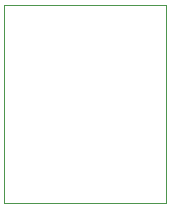
<source format=gbr>
%TF.GenerationSoftware,KiCad,Pcbnew,8.0.4*%
%TF.CreationDate,2024-08-10T13:55:05-06:00*%
%TF.ProjectId,staggered_col58,73746167-6765-4726-9564-5f636f6c3538,0.1*%
%TF.SameCoordinates,Original*%
%TF.FileFunction,Other,User*%
%FSLAX46Y46*%
G04 Gerber Fmt 4.6, Leading zero omitted, Abs format (unit mm)*
G04 Created by KiCad (PCBNEW 8.0.4) date 2024-08-10 13:55:05*
%MOMM*%
%LPD*%
G01*
G04 APERTURE LIST*
%ADD10C,0.050000*%
G04 APERTURE END LIST*
D10*
%TO.C,Rotary1*%
X169890000Y-84130000D02*
X169890000Y-100880000D01*
X169890000Y-84130000D02*
X156190000Y-84130000D01*
X156190000Y-100880000D02*
X169890000Y-100880000D01*
X156190000Y-100880000D02*
X156190000Y-84130000D01*
%TD*%
M02*

</source>
